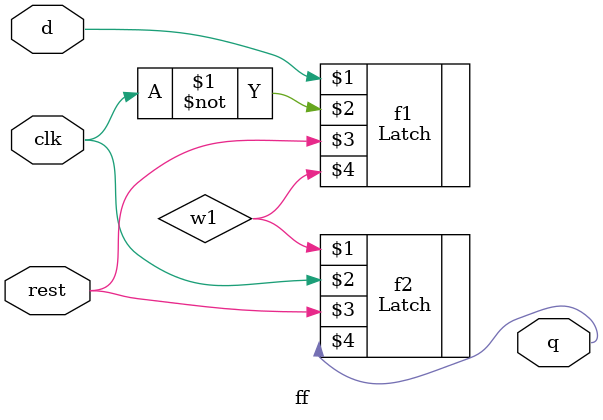
<source format=sv>
`timescale 1ns / 1ps


module ff(
input logic d , clk ,rest,
output q
    );
    logic w1;
    
    Latch f1(d,~clk,rest,w1);
    Latch f2(w1,clk,rest,q);

    
    
endmodule

</source>
